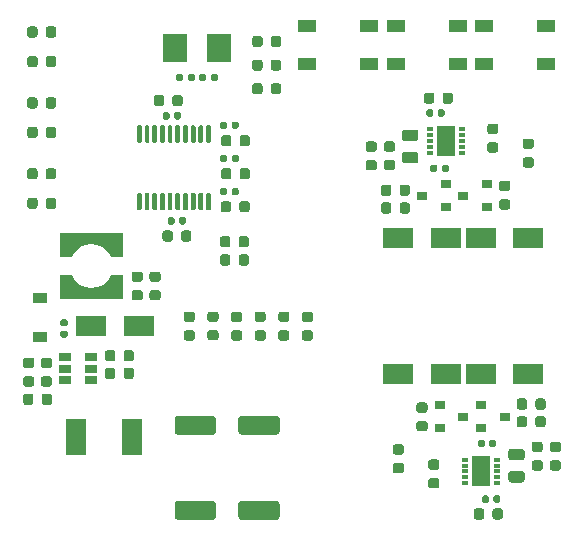
<source format=gbr>
%TF.GenerationSoftware,KiCad,Pcbnew,(5.1.6)-1*%
%TF.CreationDate,2021-07-30T18:26:22-07:00*%
%TF.ProjectId,Coil Driver,436f696c-2044-4726-9976-65722e6b6963,rev?*%
%TF.SameCoordinates,Original*%
%TF.FileFunction,Paste,Top*%
%TF.FilePolarity,Positive*%
%FSLAX46Y46*%
G04 Gerber Fmt 4.6, Leading zero omitted, Abs format (unit mm)*
G04 Created by KiCad (PCBNEW (5.1.6)-1) date 2021-07-30 18:26:22*
%MOMM*%
%LPD*%
G01*
G04 APERTURE LIST*
%ADD10R,2.000000X2.400000*%
%ADD11R,0.600000X0.300000*%
%ADD12R,1.650000X2.600000*%
%ADD13R,1.060000X0.650000*%
%ADD14R,1.550000X1.000000*%
%ADD15R,0.900000X0.800000*%
%ADD16C,0.100000*%
%ADD17R,1.680000X3.150000*%
%ADD18R,2.500000X1.800000*%
%ADD19R,1.200000X0.900000*%
G04 APERTURE END LIST*
%TO.C,R27*%
G36*
G01*
X145362500Y-86543750D02*
X145362500Y-87056250D01*
G75*
G02*
X145143750Y-87275000I-218750J0D01*
G01*
X144706250Y-87275000D01*
G75*
G02*
X144487500Y-87056250I0J218750D01*
G01*
X144487500Y-86543750D01*
G75*
G02*
X144706250Y-86325000I218750J0D01*
G01*
X145143750Y-86325000D01*
G75*
G02*
X145362500Y-86543750I0J-218750D01*
G01*
G37*
G36*
G01*
X146937500Y-86543750D02*
X146937500Y-87056250D01*
G75*
G02*
X146718750Y-87275000I-218750J0D01*
G01*
X146281250Y-87275000D01*
G75*
G02*
X146062500Y-87056250I0J218750D01*
G01*
X146062500Y-86543750D01*
G75*
G02*
X146281250Y-86325000I218750J0D01*
G01*
X146718750Y-86325000D01*
G75*
G02*
X146937500Y-86543750I0J-218750D01*
G01*
G37*
%TD*%
%TO.C,C8*%
G36*
G01*
X162810000Y-86177500D02*
X162810000Y-86522500D01*
G75*
G02*
X162662500Y-86670000I-147500J0D01*
G01*
X162367500Y-86670000D01*
G75*
G02*
X162220000Y-86522500I0J147500D01*
G01*
X162220000Y-86177500D01*
G75*
G02*
X162367500Y-86030000I147500J0D01*
G01*
X162662500Y-86030000D01*
G75*
G02*
X162810000Y-86177500I0J-147500D01*
G01*
G37*
G36*
G01*
X163780000Y-86177500D02*
X163780000Y-86522500D01*
G75*
G02*
X163632500Y-86670000I-147500J0D01*
G01*
X163337500Y-86670000D01*
G75*
G02*
X163190000Y-86522500I0J147500D01*
G01*
X163190000Y-86177500D01*
G75*
G02*
X163337500Y-86030000I147500J0D01*
G01*
X163632500Y-86030000D01*
G75*
G02*
X163780000Y-86177500I0J-147500D01*
G01*
G37*
%TD*%
%TO.C,C7*%
G36*
G01*
X131372500Y-99710000D02*
X131027500Y-99710000D01*
G75*
G02*
X130880000Y-99562500I0J147500D01*
G01*
X130880000Y-99267500D01*
G75*
G02*
X131027500Y-99120000I147500J0D01*
G01*
X131372500Y-99120000D01*
G75*
G02*
X131520000Y-99267500I0J-147500D01*
G01*
X131520000Y-99562500D01*
G75*
G02*
X131372500Y-99710000I-147500J0D01*
G01*
G37*
G36*
G01*
X131372500Y-100680000D02*
X131027500Y-100680000D01*
G75*
G02*
X130880000Y-100532500I0J147500D01*
G01*
X130880000Y-100237500D01*
G75*
G02*
X131027500Y-100090000I147500J0D01*
G01*
X131372500Y-100090000D01*
G75*
G02*
X131520000Y-100237500I0J-147500D01*
G01*
X131520000Y-100532500D01*
G75*
G02*
X131372500Y-100680000I-147500J0D01*
G01*
G37*
%TD*%
%TO.C,C6*%
G36*
G01*
X167160000Y-114177500D02*
X167160000Y-114522500D01*
G75*
G02*
X167012500Y-114670000I-147500J0D01*
G01*
X166717500Y-114670000D01*
G75*
G02*
X166570000Y-114522500I0J147500D01*
G01*
X166570000Y-114177500D01*
G75*
G02*
X166717500Y-114030000I147500J0D01*
G01*
X167012500Y-114030000D01*
G75*
G02*
X167160000Y-114177500I0J-147500D01*
G01*
G37*
G36*
G01*
X168130000Y-114177500D02*
X168130000Y-114522500D01*
G75*
G02*
X167982500Y-114670000I-147500J0D01*
G01*
X167687500Y-114670000D01*
G75*
G02*
X167540000Y-114522500I0J147500D01*
G01*
X167540000Y-114177500D01*
G75*
G02*
X167687500Y-114030000I147500J0D01*
G01*
X167982500Y-114030000D01*
G75*
G02*
X168130000Y-114177500I0J-147500D01*
G01*
G37*
%TD*%
%TO.C,R18*%
G36*
G01*
X169956250Y-111062500D02*
X169043750Y-111062500D01*
G75*
G02*
X168800000Y-110818750I0J243750D01*
G01*
X168800000Y-110331250D01*
G75*
G02*
X169043750Y-110087500I243750J0D01*
G01*
X169956250Y-110087500D01*
G75*
G02*
X170200000Y-110331250I0J-243750D01*
G01*
X170200000Y-110818750D01*
G75*
G02*
X169956250Y-111062500I-243750J0D01*
G01*
G37*
G36*
G01*
X169956250Y-112937500D02*
X169043750Y-112937500D01*
G75*
G02*
X168800000Y-112693750I0J243750D01*
G01*
X168800000Y-112206250D01*
G75*
G02*
X169043750Y-111962500I243750J0D01*
G01*
X169956250Y-111962500D01*
G75*
G02*
X170200000Y-112206250I0J-243750D01*
G01*
X170200000Y-112693750D01*
G75*
G02*
X169956250Y-112937500I-243750J0D01*
G01*
G37*
%TD*%
%TO.C,R3*%
G36*
G01*
X160043750Y-84937500D02*
X160956250Y-84937500D01*
G75*
G02*
X161200000Y-85181250I0J-243750D01*
G01*
X161200000Y-85668750D01*
G75*
G02*
X160956250Y-85912500I-243750J0D01*
G01*
X160043750Y-85912500D01*
G75*
G02*
X159800000Y-85668750I0J243750D01*
G01*
X159800000Y-85181250D01*
G75*
G02*
X160043750Y-84937500I243750J0D01*
G01*
G37*
G36*
G01*
X160043750Y-83062500D02*
X160956250Y-83062500D01*
G75*
G02*
X161200000Y-83306250I0J-243750D01*
G01*
X161200000Y-83793750D01*
G75*
G02*
X160956250Y-84037500I-243750J0D01*
G01*
X160043750Y-84037500D01*
G75*
G02*
X159800000Y-83793750I0J243750D01*
G01*
X159800000Y-83306250D01*
G75*
G02*
X160043750Y-83062500I243750J0D01*
G01*
G37*
%TD*%
D10*
%TO.C,Y1*%
X144300000Y-76150000D03*
X140600000Y-76150000D03*
%TD*%
%TO.C,R29*%
G36*
G01*
X129650000Y-89556250D02*
X129650000Y-89043750D01*
G75*
G02*
X129868750Y-88825000I218750J0D01*
G01*
X130306250Y-88825000D01*
G75*
G02*
X130525000Y-89043750I0J-218750D01*
G01*
X130525000Y-89556250D01*
G75*
G02*
X130306250Y-89775000I-218750J0D01*
G01*
X129868750Y-89775000D01*
G75*
G02*
X129650000Y-89556250I0J218750D01*
G01*
G37*
G36*
G01*
X128075000Y-89556250D02*
X128075000Y-89043750D01*
G75*
G02*
X128293750Y-88825000I218750J0D01*
G01*
X128731250Y-88825000D01*
G75*
G02*
X128950000Y-89043750I0J-218750D01*
G01*
X128950000Y-89556250D01*
G75*
G02*
X128731250Y-89775000I-218750J0D01*
G01*
X128293750Y-89775000D01*
G75*
G02*
X128075000Y-89556250I0J218750D01*
G01*
G37*
%TD*%
%TO.C,R26*%
G36*
G01*
X129650000Y-83556250D02*
X129650000Y-83043750D01*
G75*
G02*
X129868750Y-82825000I218750J0D01*
G01*
X130306250Y-82825000D01*
G75*
G02*
X130525000Y-83043750I0J-218750D01*
G01*
X130525000Y-83556250D01*
G75*
G02*
X130306250Y-83775000I-218750J0D01*
G01*
X129868750Y-83775000D01*
G75*
G02*
X129650000Y-83556250I0J218750D01*
G01*
G37*
G36*
G01*
X128075000Y-83556250D02*
X128075000Y-83043750D01*
G75*
G02*
X128293750Y-82825000I218750J0D01*
G01*
X128731250Y-82825000D01*
G75*
G02*
X128950000Y-83043750I0J-218750D01*
G01*
X128950000Y-83556250D01*
G75*
G02*
X128731250Y-83775000I-218750J0D01*
G01*
X128293750Y-83775000D01*
G75*
G02*
X128075000Y-83556250I0J218750D01*
G01*
G37*
%TD*%
%TO.C,R25*%
G36*
G01*
X129650000Y-77556250D02*
X129650000Y-77043750D01*
G75*
G02*
X129868750Y-76825000I218750J0D01*
G01*
X130306250Y-76825000D01*
G75*
G02*
X130525000Y-77043750I0J-218750D01*
G01*
X130525000Y-77556250D01*
G75*
G02*
X130306250Y-77775000I-218750J0D01*
G01*
X129868750Y-77775000D01*
G75*
G02*
X129650000Y-77556250I0J218750D01*
G01*
G37*
G36*
G01*
X128075000Y-77556250D02*
X128075000Y-77043750D01*
G75*
G02*
X128293750Y-76825000I218750J0D01*
G01*
X128731250Y-76825000D01*
G75*
G02*
X128950000Y-77043750I0J-218750D01*
G01*
X128950000Y-77556250D01*
G75*
G02*
X128731250Y-77775000I-218750J0D01*
G01*
X128293750Y-77775000D01*
G75*
G02*
X128075000Y-77556250I0J218750D01*
G01*
G37*
%TD*%
%TO.C,R12*%
G36*
G01*
X144056250Y-99337500D02*
X143543750Y-99337500D01*
G75*
G02*
X143325000Y-99118750I0J218750D01*
G01*
X143325000Y-98681250D01*
G75*
G02*
X143543750Y-98462500I218750J0D01*
G01*
X144056250Y-98462500D01*
G75*
G02*
X144275000Y-98681250I0J-218750D01*
G01*
X144275000Y-99118750D01*
G75*
G02*
X144056250Y-99337500I-218750J0D01*
G01*
G37*
G36*
G01*
X144056250Y-100912500D02*
X143543750Y-100912500D01*
G75*
G02*
X143325000Y-100693750I0J218750D01*
G01*
X143325000Y-100256250D01*
G75*
G02*
X143543750Y-100037500I218750J0D01*
G01*
X144056250Y-100037500D01*
G75*
G02*
X144275000Y-100256250I0J-218750D01*
G01*
X144275000Y-100693750D01*
G75*
G02*
X144056250Y-100912500I-218750J0D01*
G01*
G37*
%TD*%
%TO.C,R11*%
G36*
G01*
X148056250Y-99350000D02*
X147543750Y-99350000D01*
G75*
G02*
X147325000Y-99131250I0J218750D01*
G01*
X147325000Y-98693750D01*
G75*
G02*
X147543750Y-98475000I218750J0D01*
G01*
X148056250Y-98475000D01*
G75*
G02*
X148275000Y-98693750I0J-218750D01*
G01*
X148275000Y-99131250D01*
G75*
G02*
X148056250Y-99350000I-218750J0D01*
G01*
G37*
G36*
G01*
X148056250Y-100925000D02*
X147543750Y-100925000D01*
G75*
G02*
X147325000Y-100706250I0J218750D01*
G01*
X147325000Y-100268750D01*
G75*
G02*
X147543750Y-100050000I218750J0D01*
G01*
X148056250Y-100050000D01*
G75*
G02*
X148275000Y-100268750I0J-218750D01*
G01*
X148275000Y-100706250D01*
G75*
G02*
X148056250Y-100925000I-218750J0D01*
G01*
G37*
%TD*%
%TO.C,R10*%
G36*
G01*
X152056250Y-99350000D02*
X151543750Y-99350000D01*
G75*
G02*
X151325000Y-99131250I0J218750D01*
G01*
X151325000Y-98693750D01*
G75*
G02*
X151543750Y-98475000I218750J0D01*
G01*
X152056250Y-98475000D01*
G75*
G02*
X152275000Y-98693750I0J-218750D01*
G01*
X152275000Y-99131250D01*
G75*
G02*
X152056250Y-99350000I-218750J0D01*
G01*
G37*
G36*
G01*
X152056250Y-100925000D02*
X151543750Y-100925000D01*
G75*
G02*
X151325000Y-100706250I0J218750D01*
G01*
X151325000Y-100268750D01*
G75*
G02*
X151543750Y-100050000I218750J0D01*
G01*
X152056250Y-100050000D01*
G75*
G02*
X152275000Y-100268750I0J-218750D01*
G01*
X152275000Y-100706250D01*
G75*
G02*
X152056250Y-100925000I-218750J0D01*
G01*
G37*
%TD*%
%TO.C,D12*%
G36*
G01*
X129650000Y-87056250D02*
X129650000Y-86543750D01*
G75*
G02*
X129868750Y-86325000I218750J0D01*
G01*
X130306250Y-86325000D01*
G75*
G02*
X130525000Y-86543750I0J-218750D01*
G01*
X130525000Y-87056250D01*
G75*
G02*
X130306250Y-87275000I-218750J0D01*
G01*
X129868750Y-87275000D01*
G75*
G02*
X129650000Y-87056250I0J218750D01*
G01*
G37*
G36*
G01*
X128075000Y-87056250D02*
X128075000Y-86543750D01*
G75*
G02*
X128293750Y-86325000I218750J0D01*
G01*
X128731250Y-86325000D01*
G75*
G02*
X128950000Y-86543750I0J-218750D01*
G01*
X128950000Y-87056250D01*
G75*
G02*
X128731250Y-87275000I-218750J0D01*
G01*
X128293750Y-87275000D01*
G75*
G02*
X128075000Y-87056250I0J218750D01*
G01*
G37*
%TD*%
%TO.C,D11*%
G36*
G01*
X129650000Y-81056250D02*
X129650000Y-80543750D01*
G75*
G02*
X129868750Y-80325000I218750J0D01*
G01*
X130306250Y-80325000D01*
G75*
G02*
X130525000Y-80543750I0J-218750D01*
G01*
X130525000Y-81056250D01*
G75*
G02*
X130306250Y-81275000I-218750J0D01*
G01*
X129868750Y-81275000D01*
G75*
G02*
X129650000Y-81056250I0J218750D01*
G01*
G37*
G36*
G01*
X128075000Y-81056250D02*
X128075000Y-80543750D01*
G75*
G02*
X128293750Y-80325000I218750J0D01*
G01*
X128731250Y-80325000D01*
G75*
G02*
X128950000Y-80543750I0J-218750D01*
G01*
X128950000Y-81056250D01*
G75*
G02*
X128731250Y-81275000I-218750J0D01*
G01*
X128293750Y-81275000D01*
G75*
G02*
X128075000Y-81056250I0J218750D01*
G01*
G37*
%TD*%
%TO.C,D10*%
G36*
G01*
X129650000Y-75056250D02*
X129650000Y-74543750D01*
G75*
G02*
X129868750Y-74325000I218750J0D01*
G01*
X130306250Y-74325000D01*
G75*
G02*
X130525000Y-74543750I0J-218750D01*
G01*
X130525000Y-75056250D01*
G75*
G02*
X130306250Y-75275000I-218750J0D01*
G01*
X129868750Y-75275000D01*
G75*
G02*
X129650000Y-75056250I0J218750D01*
G01*
G37*
G36*
G01*
X128075000Y-75056250D02*
X128075000Y-74543750D01*
G75*
G02*
X128293750Y-74325000I218750J0D01*
G01*
X128731250Y-74325000D01*
G75*
G02*
X128950000Y-74543750I0J-218750D01*
G01*
X128950000Y-75056250D01*
G75*
G02*
X128731250Y-75275000I-218750J0D01*
G01*
X128293750Y-75275000D01*
G75*
G02*
X128075000Y-75056250I0J218750D01*
G01*
G37*
%TD*%
%TO.C,D7*%
G36*
G01*
X142056250Y-99350000D02*
X141543750Y-99350000D01*
G75*
G02*
X141325000Y-99131250I0J218750D01*
G01*
X141325000Y-98693750D01*
G75*
G02*
X141543750Y-98475000I218750J0D01*
G01*
X142056250Y-98475000D01*
G75*
G02*
X142275000Y-98693750I0J-218750D01*
G01*
X142275000Y-99131250D01*
G75*
G02*
X142056250Y-99350000I-218750J0D01*
G01*
G37*
G36*
G01*
X142056250Y-100925000D02*
X141543750Y-100925000D01*
G75*
G02*
X141325000Y-100706250I0J218750D01*
G01*
X141325000Y-100268750D01*
G75*
G02*
X141543750Y-100050000I218750J0D01*
G01*
X142056250Y-100050000D01*
G75*
G02*
X142275000Y-100268750I0J-218750D01*
G01*
X142275000Y-100706250D01*
G75*
G02*
X142056250Y-100925000I-218750J0D01*
G01*
G37*
%TD*%
%TO.C,D6*%
G36*
G01*
X146056250Y-99350000D02*
X145543750Y-99350000D01*
G75*
G02*
X145325000Y-99131250I0J218750D01*
G01*
X145325000Y-98693750D01*
G75*
G02*
X145543750Y-98475000I218750J0D01*
G01*
X146056250Y-98475000D01*
G75*
G02*
X146275000Y-98693750I0J-218750D01*
G01*
X146275000Y-99131250D01*
G75*
G02*
X146056250Y-99350000I-218750J0D01*
G01*
G37*
G36*
G01*
X146056250Y-100925000D02*
X145543750Y-100925000D01*
G75*
G02*
X145325000Y-100706250I0J218750D01*
G01*
X145325000Y-100268750D01*
G75*
G02*
X145543750Y-100050000I218750J0D01*
G01*
X146056250Y-100050000D01*
G75*
G02*
X146275000Y-100268750I0J-218750D01*
G01*
X146275000Y-100706250D01*
G75*
G02*
X146056250Y-100925000I-218750J0D01*
G01*
G37*
%TD*%
%TO.C,D3*%
G36*
G01*
X150056250Y-99350000D02*
X149543750Y-99350000D01*
G75*
G02*
X149325000Y-99131250I0J218750D01*
G01*
X149325000Y-98693750D01*
G75*
G02*
X149543750Y-98475000I218750J0D01*
G01*
X150056250Y-98475000D01*
G75*
G02*
X150275000Y-98693750I0J-218750D01*
G01*
X150275000Y-99131250D01*
G75*
G02*
X150056250Y-99350000I-218750J0D01*
G01*
G37*
G36*
G01*
X150056250Y-100925000D02*
X149543750Y-100925000D01*
G75*
G02*
X149325000Y-100706250I0J218750D01*
G01*
X149325000Y-100268750D01*
G75*
G02*
X149543750Y-100050000I218750J0D01*
G01*
X150056250Y-100050000D01*
G75*
G02*
X150275000Y-100268750I0J-218750D01*
G01*
X150275000Y-100706250D01*
G75*
G02*
X150056250Y-100925000I-218750J0D01*
G01*
G37*
%TD*%
%TO.C,U4*%
G36*
G01*
X143325000Y-88425000D02*
X143525000Y-88425000D01*
G75*
G02*
X143625000Y-88525000I0J-100000D01*
G01*
X143625000Y-89800000D01*
G75*
G02*
X143525000Y-89900000I-100000J0D01*
G01*
X143325000Y-89900000D01*
G75*
G02*
X143225000Y-89800000I0J100000D01*
G01*
X143225000Y-88525000D01*
G75*
G02*
X143325000Y-88425000I100000J0D01*
G01*
G37*
G36*
G01*
X142675000Y-88425000D02*
X142875000Y-88425000D01*
G75*
G02*
X142975000Y-88525000I0J-100000D01*
G01*
X142975000Y-89800000D01*
G75*
G02*
X142875000Y-89900000I-100000J0D01*
G01*
X142675000Y-89900000D01*
G75*
G02*
X142575000Y-89800000I0J100000D01*
G01*
X142575000Y-88525000D01*
G75*
G02*
X142675000Y-88425000I100000J0D01*
G01*
G37*
G36*
G01*
X142025000Y-88425000D02*
X142225000Y-88425000D01*
G75*
G02*
X142325000Y-88525000I0J-100000D01*
G01*
X142325000Y-89800000D01*
G75*
G02*
X142225000Y-89900000I-100000J0D01*
G01*
X142025000Y-89900000D01*
G75*
G02*
X141925000Y-89800000I0J100000D01*
G01*
X141925000Y-88525000D01*
G75*
G02*
X142025000Y-88425000I100000J0D01*
G01*
G37*
G36*
G01*
X141375000Y-88425000D02*
X141575000Y-88425000D01*
G75*
G02*
X141675000Y-88525000I0J-100000D01*
G01*
X141675000Y-89800000D01*
G75*
G02*
X141575000Y-89900000I-100000J0D01*
G01*
X141375000Y-89900000D01*
G75*
G02*
X141275000Y-89800000I0J100000D01*
G01*
X141275000Y-88525000D01*
G75*
G02*
X141375000Y-88425000I100000J0D01*
G01*
G37*
G36*
G01*
X140725000Y-88425000D02*
X140925000Y-88425000D01*
G75*
G02*
X141025000Y-88525000I0J-100000D01*
G01*
X141025000Y-89800000D01*
G75*
G02*
X140925000Y-89900000I-100000J0D01*
G01*
X140725000Y-89900000D01*
G75*
G02*
X140625000Y-89800000I0J100000D01*
G01*
X140625000Y-88525000D01*
G75*
G02*
X140725000Y-88425000I100000J0D01*
G01*
G37*
G36*
G01*
X140075000Y-88425000D02*
X140275000Y-88425000D01*
G75*
G02*
X140375000Y-88525000I0J-100000D01*
G01*
X140375000Y-89800000D01*
G75*
G02*
X140275000Y-89900000I-100000J0D01*
G01*
X140075000Y-89900000D01*
G75*
G02*
X139975000Y-89800000I0J100000D01*
G01*
X139975000Y-88525000D01*
G75*
G02*
X140075000Y-88425000I100000J0D01*
G01*
G37*
G36*
G01*
X139425000Y-88425000D02*
X139625000Y-88425000D01*
G75*
G02*
X139725000Y-88525000I0J-100000D01*
G01*
X139725000Y-89800000D01*
G75*
G02*
X139625000Y-89900000I-100000J0D01*
G01*
X139425000Y-89900000D01*
G75*
G02*
X139325000Y-89800000I0J100000D01*
G01*
X139325000Y-88525000D01*
G75*
G02*
X139425000Y-88425000I100000J0D01*
G01*
G37*
G36*
G01*
X138775000Y-88425000D02*
X138975000Y-88425000D01*
G75*
G02*
X139075000Y-88525000I0J-100000D01*
G01*
X139075000Y-89800000D01*
G75*
G02*
X138975000Y-89900000I-100000J0D01*
G01*
X138775000Y-89900000D01*
G75*
G02*
X138675000Y-89800000I0J100000D01*
G01*
X138675000Y-88525000D01*
G75*
G02*
X138775000Y-88425000I100000J0D01*
G01*
G37*
G36*
G01*
X138125000Y-88425000D02*
X138325000Y-88425000D01*
G75*
G02*
X138425000Y-88525000I0J-100000D01*
G01*
X138425000Y-89800000D01*
G75*
G02*
X138325000Y-89900000I-100000J0D01*
G01*
X138125000Y-89900000D01*
G75*
G02*
X138025000Y-89800000I0J100000D01*
G01*
X138025000Y-88525000D01*
G75*
G02*
X138125000Y-88425000I100000J0D01*
G01*
G37*
G36*
G01*
X137475000Y-88425000D02*
X137675000Y-88425000D01*
G75*
G02*
X137775000Y-88525000I0J-100000D01*
G01*
X137775000Y-89800000D01*
G75*
G02*
X137675000Y-89900000I-100000J0D01*
G01*
X137475000Y-89900000D01*
G75*
G02*
X137375000Y-89800000I0J100000D01*
G01*
X137375000Y-88525000D01*
G75*
G02*
X137475000Y-88425000I100000J0D01*
G01*
G37*
G36*
G01*
X137475000Y-82700000D02*
X137675000Y-82700000D01*
G75*
G02*
X137775000Y-82800000I0J-100000D01*
G01*
X137775000Y-84075000D01*
G75*
G02*
X137675000Y-84175000I-100000J0D01*
G01*
X137475000Y-84175000D01*
G75*
G02*
X137375000Y-84075000I0J100000D01*
G01*
X137375000Y-82800000D01*
G75*
G02*
X137475000Y-82700000I100000J0D01*
G01*
G37*
G36*
G01*
X138125000Y-82700000D02*
X138325000Y-82700000D01*
G75*
G02*
X138425000Y-82800000I0J-100000D01*
G01*
X138425000Y-84075000D01*
G75*
G02*
X138325000Y-84175000I-100000J0D01*
G01*
X138125000Y-84175000D01*
G75*
G02*
X138025000Y-84075000I0J100000D01*
G01*
X138025000Y-82800000D01*
G75*
G02*
X138125000Y-82700000I100000J0D01*
G01*
G37*
G36*
G01*
X138775000Y-82700000D02*
X138975000Y-82700000D01*
G75*
G02*
X139075000Y-82800000I0J-100000D01*
G01*
X139075000Y-84075000D01*
G75*
G02*
X138975000Y-84175000I-100000J0D01*
G01*
X138775000Y-84175000D01*
G75*
G02*
X138675000Y-84075000I0J100000D01*
G01*
X138675000Y-82800000D01*
G75*
G02*
X138775000Y-82700000I100000J0D01*
G01*
G37*
G36*
G01*
X139425000Y-82700000D02*
X139625000Y-82700000D01*
G75*
G02*
X139725000Y-82800000I0J-100000D01*
G01*
X139725000Y-84075000D01*
G75*
G02*
X139625000Y-84175000I-100000J0D01*
G01*
X139425000Y-84175000D01*
G75*
G02*
X139325000Y-84075000I0J100000D01*
G01*
X139325000Y-82800000D01*
G75*
G02*
X139425000Y-82700000I100000J0D01*
G01*
G37*
G36*
G01*
X140075000Y-82700000D02*
X140275000Y-82700000D01*
G75*
G02*
X140375000Y-82800000I0J-100000D01*
G01*
X140375000Y-84075000D01*
G75*
G02*
X140275000Y-84175000I-100000J0D01*
G01*
X140075000Y-84175000D01*
G75*
G02*
X139975000Y-84075000I0J100000D01*
G01*
X139975000Y-82800000D01*
G75*
G02*
X140075000Y-82700000I100000J0D01*
G01*
G37*
G36*
G01*
X140725000Y-82700000D02*
X140925000Y-82700000D01*
G75*
G02*
X141025000Y-82800000I0J-100000D01*
G01*
X141025000Y-84075000D01*
G75*
G02*
X140925000Y-84175000I-100000J0D01*
G01*
X140725000Y-84175000D01*
G75*
G02*
X140625000Y-84075000I0J100000D01*
G01*
X140625000Y-82800000D01*
G75*
G02*
X140725000Y-82700000I100000J0D01*
G01*
G37*
G36*
G01*
X141375000Y-82700000D02*
X141575000Y-82700000D01*
G75*
G02*
X141675000Y-82800000I0J-100000D01*
G01*
X141675000Y-84075000D01*
G75*
G02*
X141575000Y-84175000I-100000J0D01*
G01*
X141375000Y-84175000D01*
G75*
G02*
X141275000Y-84075000I0J100000D01*
G01*
X141275000Y-82800000D01*
G75*
G02*
X141375000Y-82700000I100000J0D01*
G01*
G37*
G36*
G01*
X142025000Y-82700000D02*
X142225000Y-82700000D01*
G75*
G02*
X142325000Y-82800000I0J-100000D01*
G01*
X142325000Y-84075000D01*
G75*
G02*
X142225000Y-84175000I-100000J0D01*
G01*
X142025000Y-84175000D01*
G75*
G02*
X141925000Y-84075000I0J100000D01*
G01*
X141925000Y-82800000D01*
G75*
G02*
X142025000Y-82700000I100000J0D01*
G01*
G37*
G36*
G01*
X142675000Y-82700000D02*
X142875000Y-82700000D01*
G75*
G02*
X142975000Y-82800000I0J-100000D01*
G01*
X142975000Y-84075000D01*
G75*
G02*
X142875000Y-84175000I-100000J0D01*
G01*
X142675000Y-84175000D01*
G75*
G02*
X142575000Y-84075000I0J100000D01*
G01*
X142575000Y-82800000D01*
G75*
G02*
X142675000Y-82700000I100000J0D01*
G01*
G37*
G36*
G01*
X143325000Y-82700000D02*
X143525000Y-82700000D01*
G75*
G02*
X143625000Y-82800000I0J-100000D01*
G01*
X143625000Y-84075000D01*
G75*
G02*
X143525000Y-84175000I-100000J0D01*
G01*
X143325000Y-84175000D01*
G75*
G02*
X143225000Y-84075000I0J100000D01*
G01*
X143225000Y-82800000D01*
G75*
G02*
X143325000Y-82700000I100000J0D01*
G01*
G37*
%TD*%
D11*
%TO.C,U3*%
X165150000Y-113000000D03*
X165150000Y-112500000D03*
X165150000Y-112000000D03*
X165150000Y-111500000D03*
X165150000Y-111000000D03*
X167850000Y-111000000D03*
X167850000Y-111500000D03*
X167850000Y-112000000D03*
X167850000Y-112500000D03*
X167850000Y-113000000D03*
D12*
X166500000Y-112000000D03*
%TD*%
D13*
%TO.C,U2*%
X133500000Y-103300000D03*
X133500000Y-102350000D03*
X133500000Y-104250000D03*
X131300000Y-104250000D03*
X131300000Y-103300000D03*
X131300000Y-102350000D03*
%TD*%
D11*
%TO.C,U1*%
X164850000Y-83000000D03*
X164850000Y-83500000D03*
X164850000Y-84000000D03*
X164850000Y-84500000D03*
X164850000Y-85000000D03*
X162150000Y-85000000D03*
X162150000Y-84500000D03*
X162150000Y-84000000D03*
X162150000Y-83500000D03*
X162150000Y-83000000D03*
D12*
X163500000Y-84000000D03*
%TD*%
D14*
%TO.C,SW3*%
X157025000Y-77500000D03*
X151775000Y-77500000D03*
X157025000Y-74300000D03*
X151775000Y-74300000D03*
%TD*%
%TO.C,SW2*%
X164525000Y-77500000D03*
X159275000Y-77500000D03*
X164525000Y-74300000D03*
X159275000Y-74300000D03*
%TD*%
%TO.C,SW1*%
X172025000Y-77500000D03*
X166775000Y-77500000D03*
X172025000Y-74300000D03*
X166775000Y-74300000D03*
%TD*%
%TO.C,R28*%
G36*
G01*
X145337500Y-89343750D02*
X145337500Y-89856250D01*
G75*
G02*
X145118750Y-90075000I-218750J0D01*
G01*
X144681250Y-90075000D01*
G75*
G02*
X144462500Y-89856250I0J218750D01*
G01*
X144462500Y-89343750D01*
G75*
G02*
X144681250Y-89125000I218750J0D01*
G01*
X145118750Y-89125000D01*
G75*
G02*
X145337500Y-89343750I0J-218750D01*
G01*
G37*
G36*
G01*
X146912500Y-89343750D02*
X146912500Y-89856250D01*
G75*
G02*
X146693750Y-90075000I-218750J0D01*
G01*
X146256250Y-90075000D01*
G75*
G02*
X146037500Y-89856250I0J218750D01*
G01*
X146037500Y-89343750D01*
G75*
G02*
X146256250Y-89125000I218750J0D01*
G01*
X146693750Y-89125000D01*
G75*
G02*
X146912500Y-89343750I0J-218750D01*
G01*
G37*
%TD*%
%TO.C,R24*%
G36*
G01*
X145275000Y-93843750D02*
X145275000Y-94356250D01*
G75*
G02*
X145056250Y-94575000I-218750J0D01*
G01*
X144618750Y-94575000D01*
G75*
G02*
X144400000Y-94356250I0J218750D01*
G01*
X144400000Y-93843750D01*
G75*
G02*
X144618750Y-93625000I218750J0D01*
G01*
X145056250Y-93625000D01*
G75*
G02*
X145275000Y-93843750I0J-218750D01*
G01*
G37*
G36*
G01*
X146850000Y-93843750D02*
X146850000Y-94356250D01*
G75*
G02*
X146631250Y-94575000I-218750J0D01*
G01*
X146193750Y-94575000D01*
G75*
G02*
X145975000Y-94356250I0J218750D01*
G01*
X145975000Y-93843750D01*
G75*
G02*
X146193750Y-93625000I218750J0D01*
G01*
X146631250Y-93625000D01*
G75*
G02*
X146850000Y-93843750I0J-218750D01*
G01*
G37*
%TD*%
%TO.C,R23*%
G36*
G01*
X145275000Y-92293750D02*
X145275000Y-92806250D01*
G75*
G02*
X145056250Y-93025000I-218750J0D01*
G01*
X144618750Y-93025000D01*
G75*
G02*
X144400000Y-92806250I0J218750D01*
G01*
X144400000Y-92293750D01*
G75*
G02*
X144618750Y-92075000I218750J0D01*
G01*
X145056250Y-92075000D01*
G75*
G02*
X145275000Y-92293750I0J-218750D01*
G01*
G37*
G36*
G01*
X146850000Y-92293750D02*
X146850000Y-92806250D01*
G75*
G02*
X146631250Y-93025000I-218750J0D01*
G01*
X146193750Y-93025000D01*
G75*
G02*
X145975000Y-92806250I0J218750D01*
G01*
X145975000Y-92293750D01*
G75*
G02*
X146193750Y-92075000I218750J0D01*
G01*
X146631250Y-92075000D01*
G75*
G02*
X146850000Y-92293750I0J-218750D01*
G01*
G37*
%TD*%
%TO.C,R22*%
G36*
G01*
X159756250Y-110587500D02*
X159243750Y-110587500D01*
G75*
G02*
X159025000Y-110368750I0J218750D01*
G01*
X159025000Y-109931250D01*
G75*
G02*
X159243750Y-109712500I218750J0D01*
G01*
X159756250Y-109712500D01*
G75*
G02*
X159975000Y-109931250I0J-218750D01*
G01*
X159975000Y-110368750D01*
G75*
G02*
X159756250Y-110587500I-218750J0D01*
G01*
G37*
G36*
G01*
X159756250Y-112162500D02*
X159243750Y-112162500D01*
G75*
G02*
X159025000Y-111943750I0J218750D01*
G01*
X159025000Y-111506250D01*
G75*
G02*
X159243750Y-111287500I218750J0D01*
G01*
X159756250Y-111287500D01*
G75*
G02*
X159975000Y-111506250I0J-218750D01*
G01*
X159975000Y-111943750D01*
G75*
G02*
X159756250Y-112162500I-218750J0D01*
G01*
G37*
%TD*%
%TO.C,R21*%
G36*
G01*
X148000000Y-79343750D02*
X148000000Y-79856250D01*
G75*
G02*
X147781250Y-80075000I-218750J0D01*
G01*
X147343750Y-80075000D01*
G75*
G02*
X147125000Y-79856250I0J218750D01*
G01*
X147125000Y-79343750D01*
G75*
G02*
X147343750Y-79125000I218750J0D01*
G01*
X147781250Y-79125000D01*
G75*
G02*
X148000000Y-79343750I0J-218750D01*
G01*
G37*
G36*
G01*
X149575000Y-79343750D02*
X149575000Y-79856250D01*
G75*
G02*
X149356250Y-80075000I-218750J0D01*
G01*
X148918750Y-80075000D01*
G75*
G02*
X148700000Y-79856250I0J218750D01*
G01*
X148700000Y-79343750D01*
G75*
G02*
X148918750Y-79125000I218750J0D01*
G01*
X149356250Y-79125000D01*
G75*
G02*
X149575000Y-79343750I0J-218750D01*
G01*
G37*
%TD*%
%TO.C,R20*%
G36*
G01*
X148700000Y-77856250D02*
X148700000Y-77343750D01*
G75*
G02*
X148918750Y-77125000I218750J0D01*
G01*
X149356250Y-77125000D01*
G75*
G02*
X149575000Y-77343750I0J-218750D01*
G01*
X149575000Y-77856250D01*
G75*
G02*
X149356250Y-78075000I-218750J0D01*
G01*
X148918750Y-78075000D01*
G75*
G02*
X148700000Y-77856250I0J218750D01*
G01*
G37*
G36*
G01*
X147125000Y-77856250D02*
X147125000Y-77343750D01*
G75*
G02*
X147343750Y-77125000I218750J0D01*
G01*
X147781250Y-77125000D01*
G75*
G02*
X148000000Y-77343750I0J-218750D01*
G01*
X148000000Y-77856250D01*
G75*
G02*
X147781250Y-78075000I-218750J0D01*
G01*
X147343750Y-78075000D01*
G75*
G02*
X147125000Y-77856250I0J218750D01*
G01*
G37*
%TD*%
%TO.C,R19*%
G36*
G01*
X148000000Y-75343750D02*
X148000000Y-75856250D01*
G75*
G02*
X147781250Y-76075000I-218750J0D01*
G01*
X147343750Y-76075000D01*
G75*
G02*
X147125000Y-75856250I0J218750D01*
G01*
X147125000Y-75343750D01*
G75*
G02*
X147343750Y-75125000I218750J0D01*
G01*
X147781250Y-75125000D01*
G75*
G02*
X148000000Y-75343750I0J-218750D01*
G01*
G37*
G36*
G01*
X149575000Y-75343750D02*
X149575000Y-75856250D01*
G75*
G02*
X149356250Y-76075000I-218750J0D01*
G01*
X148918750Y-76075000D01*
G75*
G02*
X148700000Y-75856250I0J218750D01*
G01*
X148700000Y-75343750D01*
G75*
G02*
X148918750Y-75125000I218750J0D01*
G01*
X149356250Y-75125000D01*
G75*
G02*
X149575000Y-75343750I0J-218750D01*
G01*
G37*
%TD*%
%TO.C,R17*%
G36*
G01*
X162756250Y-111862500D02*
X162243750Y-111862500D01*
G75*
G02*
X162025000Y-111643750I0J218750D01*
G01*
X162025000Y-111206250D01*
G75*
G02*
X162243750Y-110987500I218750J0D01*
G01*
X162756250Y-110987500D01*
G75*
G02*
X162975000Y-111206250I0J-218750D01*
G01*
X162975000Y-111643750D01*
G75*
G02*
X162756250Y-111862500I-218750J0D01*
G01*
G37*
G36*
G01*
X162756250Y-113437500D02*
X162243750Y-113437500D01*
G75*
G02*
X162025000Y-113218750I0J218750D01*
G01*
X162025000Y-112781250D01*
G75*
G02*
X162243750Y-112562500I218750J0D01*
G01*
X162756250Y-112562500D01*
G75*
G02*
X162975000Y-112781250I0J-218750D01*
G01*
X162975000Y-113218750D01*
G75*
G02*
X162756250Y-113437500I-218750J0D01*
G01*
G37*
%TD*%
%TO.C,R16*%
G36*
G01*
X171506250Y-110362500D02*
X170993750Y-110362500D01*
G75*
G02*
X170775000Y-110143750I0J218750D01*
G01*
X170775000Y-109706250D01*
G75*
G02*
X170993750Y-109487500I218750J0D01*
G01*
X171506250Y-109487500D01*
G75*
G02*
X171725000Y-109706250I0J-218750D01*
G01*
X171725000Y-110143750D01*
G75*
G02*
X171506250Y-110362500I-218750J0D01*
G01*
G37*
G36*
G01*
X171506250Y-111937500D02*
X170993750Y-111937500D01*
G75*
G02*
X170775000Y-111718750I0J218750D01*
G01*
X170775000Y-111281250D01*
G75*
G02*
X170993750Y-111062500I218750J0D01*
G01*
X171506250Y-111062500D01*
G75*
G02*
X171725000Y-111281250I0J-218750D01*
G01*
X171725000Y-111718750D01*
G75*
G02*
X171506250Y-111937500I-218750J0D01*
G01*
G37*
%TD*%
%TO.C,R15*%
G36*
G01*
X145362500Y-83743750D02*
X145362500Y-84256250D01*
G75*
G02*
X145143750Y-84475000I-218750J0D01*
G01*
X144706250Y-84475000D01*
G75*
G02*
X144487500Y-84256250I0J218750D01*
G01*
X144487500Y-83743750D01*
G75*
G02*
X144706250Y-83525000I218750J0D01*
G01*
X145143750Y-83525000D01*
G75*
G02*
X145362500Y-83743750I0J-218750D01*
G01*
G37*
G36*
G01*
X146937500Y-83743750D02*
X146937500Y-84256250D01*
G75*
G02*
X146718750Y-84475000I-218750J0D01*
G01*
X146281250Y-84475000D01*
G75*
G02*
X146062500Y-84256250I0J218750D01*
G01*
X146062500Y-83743750D01*
G75*
G02*
X146281250Y-83525000I218750J0D01*
G01*
X146718750Y-83525000D01*
G75*
G02*
X146937500Y-83743750I0J-218750D01*
G01*
G37*
%TD*%
%TO.C,R14*%
G36*
G01*
X161243750Y-107737500D02*
X161756250Y-107737500D01*
G75*
G02*
X161975000Y-107956250I0J-218750D01*
G01*
X161975000Y-108393750D01*
G75*
G02*
X161756250Y-108612500I-218750J0D01*
G01*
X161243750Y-108612500D01*
G75*
G02*
X161025000Y-108393750I0J218750D01*
G01*
X161025000Y-107956250D01*
G75*
G02*
X161243750Y-107737500I218750J0D01*
G01*
G37*
G36*
G01*
X161243750Y-106162500D02*
X161756250Y-106162500D01*
G75*
G02*
X161975000Y-106381250I0J-218750D01*
G01*
X161975000Y-106818750D01*
G75*
G02*
X161756250Y-107037500I-218750J0D01*
G01*
X161243750Y-107037500D01*
G75*
G02*
X161025000Y-106818750I0J218750D01*
G01*
X161025000Y-106381250D01*
G75*
G02*
X161243750Y-106162500I218750J0D01*
G01*
G37*
%TD*%
%TO.C,R13*%
G36*
G01*
X172543750Y-111062500D02*
X173056250Y-111062500D01*
G75*
G02*
X173275000Y-111281250I0J-218750D01*
G01*
X173275000Y-111718750D01*
G75*
G02*
X173056250Y-111937500I-218750J0D01*
G01*
X172543750Y-111937500D01*
G75*
G02*
X172325000Y-111718750I0J218750D01*
G01*
X172325000Y-111281250D01*
G75*
G02*
X172543750Y-111062500I218750J0D01*
G01*
G37*
G36*
G01*
X172543750Y-109487500D02*
X173056250Y-109487500D01*
G75*
G02*
X173275000Y-109706250I0J-218750D01*
G01*
X173275000Y-110143750D01*
G75*
G02*
X173056250Y-110362500I-218750J0D01*
G01*
X172543750Y-110362500D01*
G75*
G02*
X172325000Y-110143750I0J218750D01*
G01*
X172325000Y-109706250D01*
G75*
G02*
X172543750Y-109487500I218750J0D01*
G01*
G37*
%TD*%
%TO.C,R9*%
G36*
G01*
X129956250Y-103250000D02*
X129443750Y-103250000D01*
G75*
G02*
X129225000Y-103031250I0J218750D01*
G01*
X129225000Y-102593750D01*
G75*
G02*
X129443750Y-102375000I218750J0D01*
G01*
X129956250Y-102375000D01*
G75*
G02*
X130175000Y-102593750I0J-218750D01*
G01*
X130175000Y-103031250D01*
G75*
G02*
X129956250Y-103250000I-218750J0D01*
G01*
G37*
G36*
G01*
X129956250Y-104825000D02*
X129443750Y-104825000D01*
G75*
G02*
X129225000Y-104606250I0J218750D01*
G01*
X129225000Y-104168750D01*
G75*
G02*
X129443750Y-103950000I218750J0D01*
G01*
X129956250Y-103950000D01*
G75*
G02*
X130175000Y-104168750I0J-218750D01*
G01*
X130175000Y-104606250D01*
G75*
G02*
X129956250Y-104825000I-218750J0D01*
G01*
G37*
%TD*%
%TO.C,R8*%
G36*
G01*
X127943750Y-103950000D02*
X128456250Y-103950000D01*
G75*
G02*
X128675000Y-104168750I0J-218750D01*
G01*
X128675000Y-104606250D01*
G75*
G02*
X128456250Y-104825000I-218750J0D01*
G01*
X127943750Y-104825000D01*
G75*
G02*
X127725000Y-104606250I0J218750D01*
G01*
X127725000Y-104168750D01*
G75*
G02*
X127943750Y-103950000I218750J0D01*
G01*
G37*
G36*
G01*
X127943750Y-102375000D02*
X128456250Y-102375000D01*
G75*
G02*
X128675000Y-102593750I0J-218750D01*
G01*
X128675000Y-103031250D01*
G75*
G02*
X128456250Y-103250000I-218750J0D01*
G01*
X127943750Y-103250000D01*
G75*
G02*
X127725000Y-103031250I0J218750D01*
G01*
X127725000Y-102593750D01*
G75*
G02*
X127943750Y-102375000I218750J0D01*
G01*
G37*
%TD*%
%TO.C,R7*%
G36*
G01*
X168756250Y-88262500D02*
X168243750Y-88262500D01*
G75*
G02*
X168025000Y-88043750I0J218750D01*
G01*
X168025000Y-87606250D01*
G75*
G02*
X168243750Y-87387500I218750J0D01*
G01*
X168756250Y-87387500D01*
G75*
G02*
X168975000Y-87606250I0J-218750D01*
G01*
X168975000Y-88043750D01*
G75*
G02*
X168756250Y-88262500I-218750J0D01*
G01*
G37*
G36*
G01*
X168756250Y-89837500D02*
X168243750Y-89837500D01*
G75*
G02*
X168025000Y-89618750I0J218750D01*
G01*
X168025000Y-89181250D01*
G75*
G02*
X168243750Y-88962500I218750J0D01*
G01*
X168756250Y-88962500D01*
G75*
G02*
X168975000Y-89181250I0J-218750D01*
G01*
X168975000Y-89618750D01*
G75*
G02*
X168756250Y-89837500I-218750J0D01*
G01*
G37*
%TD*%
%TO.C,R6*%
G36*
G01*
X157456250Y-84937500D02*
X156943750Y-84937500D01*
G75*
G02*
X156725000Y-84718750I0J218750D01*
G01*
X156725000Y-84281250D01*
G75*
G02*
X156943750Y-84062500I218750J0D01*
G01*
X157456250Y-84062500D01*
G75*
G02*
X157675000Y-84281250I0J-218750D01*
G01*
X157675000Y-84718750D01*
G75*
G02*
X157456250Y-84937500I-218750J0D01*
G01*
G37*
G36*
G01*
X157456250Y-86512500D02*
X156943750Y-86512500D01*
G75*
G02*
X156725000Y-86293750I0J218750D01*
G01*
X156725000Y-85856250D01*
G75*
G02*
X156943750Y-85637500I218750J0D01*
G01*
X157456250Y-85637500D01*
G75*
G02*
X157675000Y-85856250I0J-218750D01*
G01*
X157675000Y-86293750D01*
G75*
G02*
X157456250Y-86512500I-218750J0D01*
G01*
G37*
%TD*%
%TO.C,R5*%
G36*
G01*
X167243750Y-84137500D02*
X167756250Y-84137500D01*
G75*
G02*
X167975000Y-84356250I0J-218750D01*
G01*
X167975000Y-84793750D01*
G75*
G02*
X167756250Y-85012500I-218750J0D01*
G01*
X167243750Y-85012500D01*
G75*
G02*
X167025000Y-84793750I0J218750D01*
G01*
X167025000Y-84356250D01*
G75*
G02*
X167243750Y-84137500I218750J0D01*
G01*
G37*
G36*
G01*
X167243750Y-82562500D02*
X167756250Y-82562500D01*
G75*
G02*
X167975000Y-82781250I0J-218750D01*
G01*
X167975000Y-83218750D01*
G75*
G02*
X167756250Y-83437500I-218750J0D01*
G01*
X167243750Y-83437500D01*
G75*
G02*
X167025000Y-83218750I0J218750D01*
G01*
X167025000Y-82781250D01*
G75*
G02*
X167243750Y-82562500I218750J0D01*
G01*
G37*
%TD*%
%TO.C,R4*%
G36*
G01*
X158493750Y-85637500D02*
X159006250Y-85637500D01*
G75*
G02*
X159225000Y-85856250I0J-218750D01*
G01*
X159225000Y-86293750D01*
G75*
G02*
X159006250Y-86512500I-218750J0D01*
G01*
X158493750Y-86512500D01*
G75*
G02*
X158275000Y-86293750I0J218750D01*
G01*
X158275000Y-85856250D01*
G75*
G02*
X158493750Y-85637500I218750J0D01*
G01*
G37*
G36*
G01*
X158493750Y-84062500D02*
X159006250Y-84062500D01*
G75*
G02*
X159225000Y-84281250I0J-218750D01*
G01*
X159225000Y-84718750D01*
G75*
G02*
X159006250Y-84937500I-218750J0D01*
G01*
X158493750Y-84937500D01*
G75*
G02*
X158275000Y-84718750I0J218750D01*
G01*
X158275000Y-84281250D01*
G75*
G02*
X158493750Y-84062500I218750J0D01*
G01*
G37*
%TD*%
%TO.C,R2*%
G36*
G01*
X129300000Y-106156250D02*
X129300000Y-105643750D01*
G75*
G02*
X129518750Y-105425000I218750J0D01*
G01*
X129956250Y-105425000D01*
G75*
G02*
X130175000Y-105643750I0J-218750D01*
G01*
X130175000Y-106156250D01*
G75*
G02*
X129956250Y-106375000I-218750J0D01*
G01*
X129518750Y-106375000D01*
G75*
G02*
X129300000Y-106156250I0J218750D01*
G01*
G37*
G36*
G01*
X127725000Y-106156250D02*
X127725000Y-105643750D01*
G75*
G02*
X127943750Y-105425000I218750J0D01*
G01*
X128381250Y-105425000D01*
G75*
G02*
X128600000Y-105643750I0J-218750D01*
G01*
X128600000Y-106156250D01*
G75*
G02*
X128381250Y-106375000I-218750J0D01*
G01*
X127943750Y-106375000D01*
G75*
G02*
X127725000Y-106156250I0J218750D01*
G01*
G37*
%TD*%
%TO.C,R1*%
G36*
G01*
X170243750Y-85400000D02*
X170756250Y-85400000D01*
G75*
G02*
X170975000Y-85618750I0J-218750D01*
G01*
X170975000Y-86056250D01*
G75*
G02*
X170756250Y-86275000I-218750J0D01*
G01*
X170243750Y-86275000D01*
G75*
G02*
X170025000Y-86056250I0J218750D01*
G01*
X170025000Y-85618750D01*
G75*
G02*
X170243750Y-85400000I218750J0D01*
G01*
G37*
G36*
G01*
X170243750Y-83825000D02*
X170756250Y-83825000D01*
G75*
G02*
X170975000Y-84043750I0J-218750D01*
G01*
X170975000Y-84481250D01*
G75*
G02*
X170756250Y-84700000I-218750J0D01*
G01*
X170243750Y-84700000D01*
G75*
G02*
X170025000Y-84481250I0J218750D01*
G01*
X170025000Y-84043750D01*
G75*
G02*
X170243750Y-83825000I218750J0D01*
G01*
G37*
%TD*%
D15*
%TO.C,Q4*%
X165000000Y-107350000D03*
X163000000Y-108300000D03*
X163000000Y-106400000D03*
%TD*%
%TO.C,Q3*%
X168500000Y-107350000D03*
X166500000Y-108300000D03*
X166500000Y-106400000D03*
%TD*%
%TO.C,Q2*%
X165000000Y-88650000D03*
X167000000Y-87700000D03*
X167000000Y-89600000D03*
%TD*%
%TO.C,Q1*%
X161500000Y-88650000D03*
X163500000Y-87700000D03*
X163500000Y-89600000D03*
%TD*%
D16*
%TO.C,L1*%
G36*
X136152478Y-91787544D02*
G01*
X136154860Y-91788267D01*
X136157056Y-91789440D01*
X136158980Y-91791020D01*
X136160560Y-91792944D01*
X136161733Y-91795140D01*
X136162456Y-91797522D01*
X136162700Y-91800000D01*
X136162700Y-93800000D01*
X136162456Y-93802478D01*
X136161733Y-93804860D01*
X136160560Y-93807056D01*
X136158980Y-93808980D01*
X136157056Y-93810560D01*
X136154860Y-93811733D01*
X136152478Y-93812456D01*
X136150000Y-93812700D01*
X135150000Y-93812700D01*
X135147522Y-93812456D01*
X135145140Y-93811733D01*
X135142944Y-93810560D01*
X135141020Y-93808980D01*
X135139440Y-93807056D01*
X135138641Y-93805680D01*
X134989562Y-93507522D01*
X134492865Y-93010825D01*
X133996949Y-92812458D01*
X133500000Y-92762763D01*
X133003051Y-92812458D01*
X132507135Y-93010825D01*
X132010438Y-93507522D01*
X131861359Y-93805680D01*
X131860033Y-93807787D01*
X131858321Y-93809594D01*
X131856289Y-93811033D01*
X131854016Y-93812048D01*
X131851588Y-93812600D01*
X131850000Y-93812700D01*
X130850000Y-93812700D01*
X130847522Y-93812456D01*
X130845140Y-93811733D01*
X130842944Y-93810560D01*
X130841020Y-93808980D01*
X130839440Y-93807056D01*
X130838267Y-93804860D01*
X130837544Y-93802478D01*
X130837300Y-93800000D01*
X130837300Y-91800000D01*
X130837544Y-91797522D01*
X130838267Y-91795140D01*
X130839440Y-91792944D01*
X130841020Y-91791020D01*
X130842944Y-91789440D01*
X130845140Y-91788267D01*
X130847522Y-91787544D01*
X130850000Y-91787300D01*
X136150000Y-91787300D01*
X136152478Y-91787544D01*
G37*
G36*
X130847522Y-97412456D02*
G01*
X130845140Y-97411733D01*
X130842944Y-97410560D01*
X130841020Y-97408980D01*
X130839440Y-97407056D01*
X130838267Y-97404860D01*
X130837544Y-97402478D01*
X130837300Y-97400000D01*
X130837300Y-95400000D01*
X130837544Y-95397522D01*
X130838267Y-95395140D01*
X130839440Y-95392944D01*
X130841020Y-95391020D01*
X130842944Y-95389440D01*
X130845140Y-95388267D01*
X130847522Y-95387544D01*
X130850000Y-95387300D01*
X131850000Y-95387300D01*
X131852478Y-95387544D01*
X131854860Y-95388267D01*
X131857056Y-95389440D01*
X131858980Y-95391020D01*
X131860560Y-95392944D01*
X131861359Y-95394320D01*
X132010438Y-95692478D01*
X132507135Y-96189175D01*
X133003051Y-96387542D01*
X133500000Y-96437237D01*
X133996949Y-96387542D01*
X134492865Y-96189175D01*
X134989562Y-95692478D01*
X135138641Y-95394320D01*
X135139967Y-95392213D01*
X135141679Y-95390406D01*
X135143711Y-95388967D01*
X135145984Y-95387952D01*
X135148412Y-95387400D01*
X135150000Y-95387300D01*
X136150000Y-95387300D01*
X136152478Y-95387544D01*
X136154860Y-95388267D01*
X136157056Y-95389440D01*
X136158980Y-95391020D01*
X136160560Y-95392944D01*
X136161733Y-95395140D01*
X136162456Y-95397522D01*
X136162700Y-95400000D01*
X136162700Y-97400000D01*
X136162456Y-97402478D01*
X136161733Y-97404860D01*
X136160560Y-97407056D01*
X136158980Y-97408980D01*
X136157056Y-97410560D01*
X136154860Y-97411733D01*
X136152478Y-97412456D01*
X136150000Y-97412700D01*
X130850000Y-97412700D01*
X130847522Y-97412456D01*
G37*
%TD*%
D17*
%TO.C,F1*%
X136990000Y-109100000D03*
X132210000Y-109100000D03*
%TD*%
D18*
%TO.C,D9*%
X159500000Y-103750000D03*
X163500000Y-103750000D03*
%TD*%
%TO.C,D8*%
X166500000Y-103750000D03*
X170500000Y-103750000D03*
%TD*%
%TO.C,D5*%
X170500000Y-92250000D03*
X166500000Y-92250000D03*
%TD*%
%TO.C,D4*%
X163500000Y-92250000D03*
X159500000Y-92250000D03*
%TD*%
%TO.C,D2*%
X137500000Y-99700000D03*
X133500000Y-99700000D03*
%TD*%
D19*
%TO.C,D1*%
X129200000Y-97350000D03*
X129200000Y-100650000D03*
%TD*%
%TO.C,C27*%
G36*
G01*
X145375000Y-88472500D02*
X145375000Y-88127500D01*
G75*
G02*
X145522500Y-87980000I147500J0D01*
G01*
X145817500Y-87980000D01*
G75*
G02*
X145965000Y-88127500I0J-147500D01*
G01*
X145965000Y-88472500D01*
G75*
G02*
X145817500Y-88620000I-147500J0D01*
G01*
X145522500Y-88620000D01*
G75*
G02*
X145375000Y-88472500I0J147500D01*
G01*
G37*
G36*
G01*
X144405000Y-88472500D02*
X144405000Y-88127500D01*
G75*
G02*
X144552500Y-87980000I147500J0D01*
G01*
X144847500Y-87980000D01*
G75*
G02*
X144995000Y-88127500I0J-147500D01*
G01*
X144995000Y-88472500D01*
G75*
G02*
X144847500Y-88620000I-147500J0D01*
G01*
X144552500Y-88620000D01*
G75*
G02*
X144405000Y-88472500I0J147500D01*
G01*
G37*
%TD*%
%TO.C,C26*%
G36*
G01*
X145405000Y-85672500D02*
X145405000Y-85327500D01*
G75*
G02*
X145552500Y-85180000I147500J0D01*
G01*
X145847500Y-85180000D01*
G75*
G02*
X145995000Y-85327500I0J-147500D01*
G01*
X145995000Y-85672500D01*
G75*
G02*
X145847500Y-85820000I-147500J0D01*
G01*
X145552500Y-85820000D01*
G75*
G02*
X145405000Y-85672500I0J147500D01*
G01*
G37*
G36*
G01*
X144435000Y-85672500D02*
X144435000Y-85327500D01*
G75*
G02*
X144582500Y-85180000I147500J0D01*
G01*
X144877500Y-85180000D01*
G75*
G02*
X145025000Y-85327500I0J-147500D01*
G01*
X145025000Y-85672500D01*
G75*
G02*
X144877500Y-85820000I-147500J0D01*
G01*
X144582500Y-85820000D01*
G75*
G02*
X144435000Y-85672500I0J147500D01*
G01*
G37*
%TD*%
%TO.C,C25*%
G36*
G01*
X167190000Y-109822500D02*
X167190000Y-109477500D01*
G75*
G02*
X167337500Y-109330000I147500J0D01*
G01*
X167632500Y-109330000D01*
G75*
G02*
X167780000Y-109477500I0J-147500D01*
G01*
X167780000Y-109822500D01*
G75*
G02*
X167632500Y-109970000I-147500J0D01*
G01*
X167337500Y-109970000D01*
G75*
G02*
X167190000Y-109822500I0J147500D01*
G01*
G37*
G36*
G01*
X166220000Y-109822500D02*
X166220000Y-109477500D01*
G75*
G02*
X166367500Y-109330000I147500J0D01*
G01*
X166662500Y-109330000D01*
G75*
G02*
X166810000Y-109477500I0J-147500D01*
G01*
X166810000Y-109822500D01*
G75*
G02*
X166662500Y-109970000I-147500J0D01*
G01*
X166367500Y-109970000D01*
G75*
G02*
X166220000Y-109822500I0J147500D01*
G01*
G37*
%TD*%
%TO.C,C23*%
G36*
G01*
X145375000Y-82872500D02*
X145375000Y-82527500D01*
G75*
G02*
X145522500Y-82380000I147500J0D01*
G01*
X145817500Y-82380000D01*
G75*
G02*
X145965000Y-82527500I0J-147500D01*
G01*
X145965000Y-82872500D01*
G75*
G02*
X145817500Y-83020000I-147500J0D01*
G01*
X145522500Y-83020000D01*
G75*
G02*
X145375000Y-82872500I0J147500D01*
G01*
G37*
G36*
G01*
X144405000Y-82872500D02*
X144405000Y-82527500D01*
G75*
G02*
X144552500Y-82380000I147500J0D01*
G01*
X144847500Y-82380000D01*
G75*
G02*
X144995000Y-82527500I0J-147500D01*
G01*
X144995000Y-82872500D01*
G75*
G02*
X144847500Y-83020000I-147500J0D01*
G01*
X144552500Y-83020000D01*
G75*
G02*
X144405000Y-82872500I0J147500D01*
G01*
G37*
%TD*%
%TO.C,C21*%
G36*
G01*
X141295000Y-78477500D02*
X141295000Y-78822500D01*
G75*
G02*
X141147500Y-78970000I-147500J0D01*
G01*
X140852500Y-78970000D01*
G75*
G02*
X140705000Y-78822500I0J147500D01*
G01*
X140705000Y-78477500D01*
G75*
G02*
X140852500Y-78330000I147500J0D01*
G01*
X141147500Y-78330000D01*
G75*
G02*
X141295000Y-78477500I0J-147500D01*
G01*
G37*
G36*
G01*
X142265000Y-78477500D02*
X142265000Y-78822500D01*
G75*
G02*
X142117500Y-78970000I-147500J0D01*
G01*
X141822500Y-78970000D01*
G75*
G02*
X141675000Y-78822500I0J147500D01*
G01*
X141675000Y-78477500D01*
G75*
G02*
X141822500Y-78330000I147500J0D01*
G01*
X142117500Y-78330000D01*
G75*
G02*
X142265000Y-78477500I0J-147500D01*
G01*
G37*
%TD*%
%TO.C,C20*%
G36*
G01*
X143605000Y-78822500D02*
X143605000Y-78477500D01*
G75*
G02*
X143752500Y-78330000I147500J0D01*
G01*
X144047500Y-78330000D01*
G75*
G02*
X144195000Y-78477500I0J-147500D01*
G01*
X144195000Y-78822500D01*
G75*
G02*
X144047500Y-78970000I-147500J0D01*
G01*
X143752500Y-78970000D01*
G75*
G02*
X143605000Y-78822500I0J147500D01*
G01*
G37*
G36*
G01*
X142635000Y-78822500D02*
X142635000Y-78477500D01*
G75*
G02*
X142782500Y-78330000I147500J0D01*
G01*
X143077500Y-78330000D01*
G75*
G02*
X143225000Y-78477500I0J-147500D01*
G01*
X143225000Y-78822500D01*
G75*
G02*
X143077500Y-78970000I-147500J0D01*
G01*
X142782500Y-78970000D01*
G75*
G02*
X142635000Y-78822500I0J147500D01*
G01*
G37*
%TD*%
%TO.C,C24*%
G36*
G01*
X140560000Y-90602500D02*
X140560000Y-90947500D01*
G75*
G02*
X140412500Y-91095000I-147500J0D01*
G01*
X140117500Y-91095000D01*
G75*
G02*
X139970000Y-90947500I0J147500D01*
G01*
X139970000Y-90602500D01*
G75*
G02*
X140117500Y-90455000I147500J0D01*
G01*
X140412500Y-90455000D01*
G75*
G02*
X140560000Y-90602500I0J-147500D01*
G01*
G37*
G36*
G01*
X141530000Y-90602500D02*
X141530000Y-90947500D01*
G75*
G02*
X141382500Y-91095000I-147500J0D01*
G01*
X141087500Y-91095000D01*
G75*
G02*
X140940000Y-90947500I0J147500D01*
G01*
X140940000Y-90602500D01*
G75*
G02*
X141087500Y-90455000I147500J0D01*
G01*
X141382500Y-90455000D01*
G75*
G02*
X141530000Y-90602500I0J-147500D01*
G01*
G37*
%TD*%
%TO.C,C19*%
G36*
G01*
X140125000Y-81727500D02*
X140125000Y-82072500D01*
G75*
G02*
X139977500Y-82220000I-147500J0D01*
G01*
X139682500Y-82220000D01*
G75*
G02*
X139535000Y-82072500I0J147500D01*
G01*
X139535000Y-81727500D01*
G75*
G02*
X139682500Y-81580000I147500J0D01*
G01*
X139977500Y-81580000D01*
G75*
G02*
X140125000Y-81727500I0J-147500D01*
G01*
G37*
G36*
G01*
X141095000Y-81727500D02*
X141095000Y-82072500D01*
G75*
G02*
X140947500Y-82220000I-147500J0D01*
G01*
X140652500Y-82220000D01*
G75*
G02*
X140505000Y-82072500I0J147500D01*
G01*
X140505000Y-81727500D01*
G75*
G02*
X140652500Y-81580000I147500J0D01*
G01*
X140947500Y-81580000D01*
G75*
G02*
X141095000Y-81727500I0J-147500D01*
G01*
G37*
%TD*%
%TO.C,C22*%
G36*
G01*
X140400000Y-91818750D02*
X140400000Y-92331250D01*
G75*
G02*
X140181250Y-92550000I-218750J0D01*
G01*
X139743750Y-92550000D01*
G75*
G02*
X139525000Y-92331250I0J218750D01*
G01*
X139525000Y-91818750D01*
G75*
G02*
X139743750Y-91600000I218750J0D01*
G01*
X140181250Y-91600000D01*
G75*
G02*
X140400000Y-91818750I0J-218750D01*
G01*
G37*
G36*
G01*
X141975000Y-91818750D02*
X141975000Y-92331250D01*
G75*
G02*
X141756250Y-92550000I-218750J0D01*
G01*
X141318750Y-92550000D01*
G75*
G02*
X141100000Y-92331250I0J218750D01*
G01*
X141100000Y-91818750D01*
G75*
G02*
X141318750Y-91600000I218750J0D01*
G01*
X141756250Y-91600000D01*
G75*
G02*
X141975000Y-91818750I0J-218750D01*
G01*
G37*
%TD*%
%TO.C,C18*%
G36*
G01*
X139662500Y-80343750D02*
X139662500Y-80856250D01*
G75*
G02*
X139443750Y-81075000I-218750J0D01*
G01*
X139006250Y-81075000D01*
G75*
G02*
X138787500Y-80856250I0J218750D01*
G01*
X138787500Y-80343750D01*
G75*
G02*
X139006250Y-80125000I218750J0D01*
G01*
X139443750Y-80125000D01*
G75*
G02*
X139662500Y-80343750I0J-218750D01*
G01*
G37*
G36*
G01*
X141237500Y-80343750D02*
X141237500Y-80856250D01*
G75*
G02*
X141018750Y-81075000I-218750J0D01*
G01*
X140581250Y-81075000D01*
G75*
G02*
X140362500Y-80856250I0J218750D01*
G01*
X140362500Y-80343750D01*
G75*
G02*
X140581250Y-80125000I218750J0D01*
G01*
X141018750Y-80125000D01*
G75*
G02*
X141237500Y-80343750I0J-218750D01*
G01*
G37*
%TD*%
%TO.C,C16*%
G36*
G01*
X138643750Y-96650000D02*
X139156250Y-96650000D01*
G75*
G02*
X139375000Y-96868750I0J-218750D01*
G01*
X139375000Y-97306250D01*
G75*
G02*
X139156250Y-97525000I-218750J0D01*
G01*
X138643750Y-97525000D01*
G75*
G02*
X138425000Y-97306250I0J218750D01*
G01*
X138425000Y-96868750D01*
G75*
G02*
X138643750Y-96650000I218750J0D01*
G01*
G37*
G36*
G01*
X138643750Y-95075000D02*
X139156250Y-95075000D01*
G75*
G02*
X139375000Y-95293750I0J-218750D01*
G01*
X139375000Y-95731250D01*
G75*
G02*
X139156250Y-95950000I-218750J0D01*
G01*
X138643750Y-95950000D01*
G75*
G02*
X138425000Y-95731250I0J218750D01*
G01*
X138425000Y-95293750D01*
G75*
G02*
X138643750Y-95075000I218750J0D01*
G01*
G37*
%TD*%
%TO.C,C14*%
G36*
G01*
X137143750Y-96650000D02*
X137656250Y-96650000D01*
G75*
G02*
X137875000Y-96868750I0J-218750D01*
G01*
X137875000Y-97306250D01*
G75*
G02*
X137656250Y-97525000I-218750J0D01*
G01*
X137143750Y-97525000D01*
G75*
G02*
X136925000Y-97306250I0J218750D01*
G01*
X136925000Y-96868750D01*
G75*
G02*
X137143750Y-96650000I218750J0D01*
G01*
G37*
G36*
G01*
X137143750Y-95075000D02*
X137656250Y-95075000D01*
G75*
G02*
X137875000Y-95293750I0J-218750D01*
G01*
X137875000Y-95731250D01*
G75*
G02*
X137656250Y-95950000I-218750J0D01*
G01*
X137143750Y-95950000D01*
G75*
G02*
X136925000Y-95731250I0J218750D01*
G01*
X136925000Y-95293750D01*
G75*
G02*
X137143750Y-95075000I218750J0D01*
G01*
G37*
%TD*%
%TO.C,C15*%
G36*
G01*
X171100000Y-106556250D02*
X171100000Y-106043750D01*
G75*
G02*
X171318750Y-105825000I218750J0D01*
G01*
X171756250Y-105825000D01*
G75*
G02*
X171975000Y-106043750I0J-218750D01*
G01*
X171975000Y-106556250D01*
G75*
G02*
X171756250Y-106775000I-218750J0D01*
G01*
X171318750Y-106775000D01*
G75*
G02*
X171100000Y-106556250I0J218750D01*
G01*
G37*
G36*
G01*
X169525000Y-106556250D02*
X169525000Y-106043750D01*
G75*
G02*
X169743750Y-105825000I218750J0D01*
G01*
X170181250Y-105825000D01*
G75*
G02*
X170400000Y-106043750I0J-218750D01*
G01*
X170400000Y-106556250D01*
G75*
G02*
X170181250Y-106775000I-218750J0D01*
G01*
X169743750Y-106775000D01*
G75*
G02*
X169525000Y-106556250I0J218750D01*
G01*
G37*
%TD*%
%TO.C,C11*%
G36*
G01*
X145950000Y-115850000D02*
X145950000Y-114750000D01*
G75*
G02*
X146200000Y-114500000I250000J0D01*
G01*
X149200000Y-114500000D01*
G75*
G02*
X149450000Y-114750000I0J-250000D01*
G01*
X149450000Y-115850000D01*
G75*
G02*
X149200000Y-116100000I-250000J0D01*
G01*
X146200000Y-116100000D01*
G75*
G02*
X145950000Y-115850000I0J250000D01*
G01*
G37*
G36*
G01*
X140550000Y-115850000D02*
X140550000Y-114750000D01*
G75*
G02*
X140800000Y-114500000I250000J0D01*
G01*
X143800000Y-114500000D01*
G75*
G02*
X144050000Y-114750000I0J-250000D01*
G01*
X144050000Y-115850000D01*
G75*
G02*
X143800000Y-116100000I-250000J0D01*
G01*
X140800000Y-116100000D01*
G75*
G02*
X140550000Y-115850000I0J250000D01*
G01*
G37*
%TD*%
%TO.C,C13*%
G36*
G01*
X171100000Y-108056250D02*
X171100000Y-107543750D01*
G75*
G02*
X171318750Y-107325000I218750J0D01*
G01*
X171756250Y-107325000D01*
G75*
G02*
X171975000Y-107543750I0J-218750D01*
G01*
X171975000Y-108056250D01*
G75*
G02*
X171756250Y-108275000I-218750J0D01*
G01*
X171318750Y-108275000D01*
G75*
G02*
X171100000Y-108056250I0J218750D01*
G01*
G37*
G36*
G01*
X169525000Y-108056250D02*
X169525000Y-107543750D01*
G75*
G02*
X169743750Y-107325000I218750J0D01*
G01*
X170181250Y-107325000D01*
G75*
G02*
X170400000Y-107543750I0J-218750D01*
G01*
X170400000Y-108056250D01*
G75*
G02*
X170181250Y-108275000I-218750J0D01*
G01*
X169743750Y-108275000D01*
G75*
G02*
X169525000Y-108056250I0J218750D01*
G01*
G37*
%TD*%
%TO.C,C9*%
G36*
G01*
X145950000Y-108650000D02*
X145950000Y-107550000D01*
G75*
G02*
X146200000Y-107300000I250000J0D01*
G01*
X149200000Y-107300000D01*
G75*
G02*
X149450000Y-107550000I0J-250000D01*
G01*
X149450000Y-108650000D01*
G75*
G02*
X149200000Y-108900000I-250000J0D01*
G01*
X146200000Y-108900000D01*
G75*
G02*
X145950000Y-108650000I0J250000D01*
G01*
G37*
G36*
G01*
X140550000Y-108650000D02*
X140550000Y-107550000D01*
G75*
G02*
X140800000Y-107300000I250000J0D01*
G01*
X143800000Y-107300000D01*
G75*
G02*
X144050000Y-107550000I0J-250000D01*
G01*
X144050000Y-108650000D01*
G75*
G02*
X143800000Y-108900000I-250000J0D01*
G01*
X140800000Y-108900000D01*
G75*
G02*
X140550000Y-108650000I0J250000D01*
G01*
G37*
%TD*%
%TO.C,C12*%
G36*
G01*
X158900000Y-89443750D02*
X158900000Y-89956250D01*
G75*
G02*
X158681250Y-90175000I-218750J0D01*
G01*
X158243750Y-90175000D01*
G75*
G02*
X158025000Y-89956250I0J218750D01*
G01*
X158025000Y-89443750D01*
G75*
G02*
X158243750Y-89225000I218750J0D01*
G01*
X158681250Y-89225000D01*
G75*
G02*
X158900000Y-89443750I0J-218750D01*
G01*
G37*
G36*
G01*
X160475000Y-89443750D02*
X160475000Y-89956250D01*
G75*
G02*
X160256250Y-90175000I-218750J0D01*
G01*
X159818750Y-90175000D01*
G75*
G02*
X159600000Y-89956250I0J218750D01*
G01*
X159600000Y-89443750D01*
G75*
G02*
X159818750Y-89225000I218750J0D01*
G01*
X160256250Y-89225000D01*
G75*
G02*
X160475000Y-89443750I0J-218750D01*
G01*
G37*
%TD*%
%TO.C,C10*%
G36*
G01*
X158900000Y-87943750D02*
X158900000Y-88456250D01*
G75*
G02*
X158681250Y-88675000I-218750J0D01*
G01*
X158243750Y-88675000D01*
G75*
G02*
X158025000Y-88456250I0J218750D01*
G01*
X158025000Y-87943750D01*
G75*
G02*
X158243750Y-87725000I218750J0D01*
G01*
X158681250Y-87725000D01*
G75*
G02*
X158900000Y-87943750I0J-218750D01*
G01*
G37*
G36*
G01*
X160475000Y-87943750D02*
X160475000Y-88456250D01*
G75*
G02*
X160256250Y-88675000I-218750J0D01*
G01*
X159818750Y-88675000D01*
G75*
G02*
X159600000Y-88456250I0J218750D01*
G01*
X159600000Y-87943750D01*
G75*
G02*
X159818750Y-87725000I218750J0D01*
G01*
X160256250Y-87725000D01*
G75*
G02*
X160475000Y-87943750I0J-218750D01*
G01*
G37*
%TD*%
%TO.C,C5*%
G36*
G01*
X166762500Y-115343750D02*
X166762500Y-115856250D01*
G75*
G02*
X166543750Y-116075000I-218750J0D01*
G01*
X166106250Y-116075000D01*
G75*
G02*
X165887500Y-115856250I0J218750D01*
G01*
X165887500Y-115343750D01*
G75*
G02*
X166106250Y-115125000I218750J0D01*
G01*
X166543750Y-115125000D01*
G75*
G02*
X166762500Y-115343750I0J-218750D01*
G01*
G37*
G36*
G01*
X168337500Y-115343750D02*
X168337500Y-115856250D01*
G75*
G02*
X168118750Y-116075000I-218750J0D01*
G01*
X167681250Y-116075000D01*
G75*
G02*
X167462500Y-115856250I0J218750D01*
G01*
X167462500Y-115343750D01*
G75*
G02*
X167681250Y-115125000I218750J0D01*
G01*
X168118750Y-115125000D01*
G75*
G02*
X168337500Y-115343750I0J-218750D01*
G01*
G37*
%TD*%
%TO.C,C3*%
G36*
G01*
X136237500Y-103956250D02*
X136237500Y-103443750D01*
G75*
G02*
X136456250Y-103225000I218750J0D01*
G01*
X136893750Y-103225000D01*
G75*
G02*
X137112500Y-103443750I0J-218750D01*
G01*
X137112500Y-103956250D01*
G75*
G02*
X136893750Y-104175000I-218750J0D01*
G01*
X136456250Y-104175000D01*
G75*
G02*
X136237500Y-103956250I0J218750D01*
G01*
G37*
G36*
G01*
X134662500Y-103956250D02*
X134662500Y-103443750D01*
G75*
G02*
X134881250Y-103225000I218750J0D01*
G01*
X135318750Y-103225000D01*
G75*
G02*
X135537500Y-103443750I0J-218750D01*
G01*
X135537500Y-103956250D01*
G75*
G02*
X135318750Y-104175000I-218750J0D01*
G01*
X134881250Y-104175000D01*
G75*
G02*
X134662500Y-103956250I0J218750D01*
G01*
G37*
%TD*%
%TO.C,C4*%
G36*
G01*
X162840000Y-81822500D02*
X162840000Y-81477500D01*
G75*
G02*
X162987500Y-81330000I147500J0D01*
G01*
X163282500Y-81330000D01*
G75*
G02*
X163430000Y-81477500I0J-147500D01*
G01*
X163430000Y-81822500D01*
G75*
G02*
X163282500Y-81970000I-147500J0D01*
G01*
X162987500Y-81970000D01*
G75*
G02*
X162840000Y-81822500I0J147500D01*
G01*
G37*
G36*
G01*
X161870000Y-81822500D02*
X161870000Y-81477500D01*
G75*
G02*
X162017500Y-81330000I147500J0D01*
G01*
X162312500Y-81330000D01*
G75*
G02*
X162460000Y-81477500I0J-147500D01*
G01*
X162460000Y-81822500D01*
G75*
G02*
X162312500Y-81970000I-147500J0D01*
G01*
X162017500Y-81970000D01*
G75*
G02*
X161870000Y-81822500I0J147500D01*
G01*
G37*
%TD*%
%TO.C,C2*%
G36*
G01*
X163237500Y-80656250D02*
X163237500Y-80143750D01*
G75*
G02*
X163456250Y-79925000I218750J0D01*
G01*
X163893750Y-79925000D01*
G75*
G02*
X164112500Y-80143750I0J-218750D01*
G01*
X164112500Y-80656250D01*
G75*
G02*
X163893750Y-80875000I-218750J0D01*
G01*
X163456250Y-80875000D01*
G75*
G02*
X163237500Y-80656250I0J218750D01*
G01*
G37*
G36*
G01*
X161662500Y-80656250D02*
X161662500Y-80143750D01*
G75*
G02*
X161881250Y-79925000I218750J0D01*
G01*
X162318750Y-79925000D01*
G75*
G02*
X162537500Y-80143750I0J-218750D01*
G01*
X162537500Y-80656250D01*
G75*
G02*
X162318750Y-80875000I-218750J0D01*
G01*
X161881250Y-80875000D01*
G75*
G02*
X161662500Y-80656250I0J218750D01*
G01*
G37*
%TD*%
%TO.C,C1*%
G36*
G01*
X136237500Y-102456250D02*
X136237500Y-101943750D01*
G75*
G02*
X136456250Y-101725000I218750J0D01*
G01*
X136893750Y-101725000D01*
G75*
G02*
X137112500Y-101943750I0J-218750D01*
G01*
X137112500Y-102456250D01*
G75*
G02*
X136893750Y-102675000I-218750J0D01*
G01*
X136456250Y-102675000D01*
G75*
G02*
X136237500Y-102456250I0J218750D01*
G01*
G37*
G36*
G01*
X134662500Y-102456250D02*
X134662500Y-101943750D01*
G75*
G02*
X134881250Y-101725000I218750J0D01*
G01*
X135318750Y-101725000D01*
G75*
G02*
X135537500Y-101943750I0J-218750D01*
G01*
X135537500Y-102456250D01*
G75*
G02*
X135318750Y-102675000I-218750J0D01*
G01*
X134881250Y-102675000D01*
G75*
G02*
X134662500Y-102456250I0J218750D01*
G01*
G37*
%TD*%
M02*

</source>
